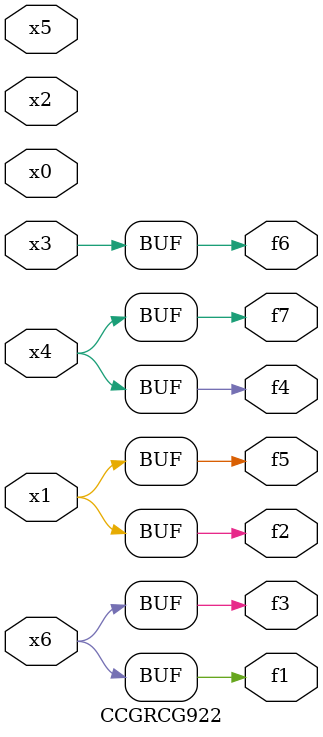
<source format=v>
module CCGRCG922(
	input x0, x1, x2, x3, x4, x5, x6,
	output f1, f2, f3, f4, f5, f6, f7
);
	assign f1 = x6;
	assign f2 = x1;
	assign f3 = x6;
	assign f4 = x4;
	assign f5 = x1;
	assign f6 = x3;
	assign f7 = x4;
endmodule

</source>
